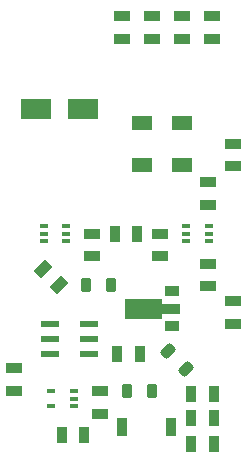
<source format=gbr>
%TF.GenerationSoftware,KiCad,Pcbnew,7.0.7-7.0.7~ubuntu23.04.1*%
%TF.CreationDate,2023-09-17T11:36:14+00:00*%
%TF.ProjectId,RFSWITCH01,52465357-4954-4434-9830-312e6b696361,rev?*%
%TF.SameCoordinates,Original*%
%TF.FileFunction,Paste,Bot*%
%TF.FilePolarity,Positive*%
%FSLAX46Y46*%
G04 Gerber Fmt 4.6, Leading zero omitted, Abs format (unit mm)*
G04 Created by KiCad (PCBNEW 7.0.7-7.0.7~ubuntu23.04.1) date 2023-09-17 11:36:14*
%MOMM*%
%LPD*%
G01*
G04 APERTURE LIST*
G04 Aperture macros list*
%AMRoundRect*
0 Rectangle with rounded corners*
0 $1 Rounding radius*
0 $2 $3 $4 $5 $6 $7 $8 $9 X,Y pos of 4 corners*
0 Add a 4 corners polygon primitive as box body*
4,1,4,$2,$3,$4,$5,$6,$7,$8,$9,$2,$3,0*
0 Add four circle primitives for the rounded corners*
1,1,$1+$1,$2,$3*
1,1,$1+$1,$4,$5*
1,1,$1+$1,$6,$7*
1,1,$1+$1,$8,$9*
0 Add four rect primitives between the rounded corners*
20,1,$1+$1,$2,$3,$4,$5,0*
20,1,$1+$1,$4,$5,$6,$7,0*
20,1,$1+$1,$6,$7,$8,$9,0*
20,1,$1+$1,$8,$9,$2,$3,0*%
%AMRotRect*
0 Rectangle, with rotation*
0 The origin of the aperture is its center*
0 $1 length*
0 $2 width*
0 $3 Rotation angle, in degrees counterclockwise*
0 Add horizontal line*
21,1,$1,$2,0,0,$3*%
%AMFreePoly0*
4,1,9,3.862500,-0.866500,0.737500,-0.866500,0.737500,-0.450000,-0.737500,-0.450000,-0.737500,0.450000,0.737500,0.450000,0.737500,0.866500,3.862500,0.866500,3.862500,-0.866500,3.862500,-0.866500,$1*%
G04 Aperture macros list end*
%ADD10R,1.397000X0.889000*%
%ADD11R,2.500000X1.800000*%
%ADD12R,0.650000X0.400000*%
%ADD13R,1.300000X0.900000*%
%ADD14FreePoly0,180.000000*%
%ADD15R,1.700000X1.300000*%
%ADD16R,0.950000X1.500000*%
%ADD17R,0.889000X1.397000*%
%ADD18RoundRect,0.218750X0.424264X0.114905X0.114905X0.424264X-0.424264X-0.114905X-0.114905X-0.424264X0*%
%ADD19RoundRect,0.218750X-0.218750X-0.381250X0.218750X-0.381250X0.218750X0.381250X-0.218750X0.381250X0*%
%ADD20RotRect,0.889000X1.397000X135.000000*%
%ADD21R,1.500000X0.600000*%
%ADD22RoundRect,0.218750X0.218750X0.381250X-0.218750X0.381250X-0.218750X-0.381250X0.218750X-0.381250X0*%
G04 APERTURE END LIST*
D10*
%TO.C,L5*%
X163184595Y-100165000D03*
X163184595Y-98260000D03*
%TD*%
%TO.C,R5*%
X153810000Y-76035000D03*
X153810000Y-74130000D03*
%TD*%
D11*
%TO.C,D1*%
X146463300Y-81980673D03*
X150463300Y-81980673D03*
%TD*%
D12*
%TO.C,U4*%
X147145000Y-93195000D03*
X147145000Y-92545000D03*
X147145000Y-91895000D03*
X149045000Y-91895000D03*
X149045000Y-92545000D03*
X149045000Y-93195000D03*
%TD*%
D10*
%TO.C,C10*%
X156985000Y-92545000D03*
X156985000Y-94450000D03*
%TD*%
%TO.C,R3*%
X161430000Y-74130000D03*
X161430000Y-76035000D03*
%TD*%
D13*
%TO.C,U3*%
X158000000Y-97395000D03*
D14*
X157912500Y-98895000D03*
D13*
X158000000Y-100395000D03*
%TD*%
D10*
%TO.C,C1*%
X144640600Y-105841900D03*
X144640600Y-103936900D03*
%TD*%
D15*
%TO.C,D3*%
X155461000Y-83203000D03*
X155461000Y-86703000D03*
%TD*%
D12*
%TO.C,U1*%
X149680000Y-105865000D03*
X149680000Y-106515000D03*
X149680000Y-107165000D03*
X147780000Y-107165000D03*
X147780000Y-105865000D03*
%TD*%
D16*
%TO.C,D4*%
X157917000Y-108928000D03*
X153767000Y-108928000D03*
%TD*%
D10*
%TO.C,C9*%
X151270000Y-92545000D03*
X151270000Y-94450000D03*
%TD*%
D17*
%TO.C,C4*%
X159652000Y-106134000D03*
X161557000Y-106134000D03*
%TD*%
D18*
%TO.C,L2*%
X159158701Y-104017809D03*
X157656099Y-102515207D03*
%TD*%
D10*
%TO.C,C2*%
X151905000Y-105880000D03*
X151905000Y-107785000D03*
%TD*%
%TO.C,C6*%
X161054992Y-90075829D03*
X161054992Y-88170829D03*
%TD*%
%TO.C,L4*%
X163171639Y-84925000D03*
X163171639Y-86830000D03*
%TD*%
D19*
%TO.C,L1*%
X154225000Y-105880000D03*
X156350000Y-105880000D03*
%TD*%
D10*
%TO.C,R4*%
X156350000Y-74130000D03*
X156350000Y-76035000D03*
%TD*%
D20*
%TO.C,C8*%
X148412919Y-96876119D03*
X147065881Y-95529081D03*
%TD*%
D21*
%TO.C,FL1*%
X151015000Y-100165000D03*
X151015000Y-101435000D03*
X151015000Y-102705000D03*
X147715000Y-102705000D03*
X147715000Y-101435000D03*
X147715000Y-100165000D03*
%TD*%
D12*
%TO.C,U2*%
X161110000Y-91895000D03*
X161110000Y-92545000D03*
X161110000Y-93195000D03*
X159210000Y-93195000D03*
X159210000Y-92545000D03*
X159210000Y-91895000D03*
%TD*%
D17*
%TO.C,C3*%
X159652000Y-108166000D03*
X161557000Y-108166000D03*
%TD*%
D10*
%TO.C,R2*%
X158890000Y-76035000D03*
X158890000Y-74130000D03*
%TD*%
D17*
%TO.C,R6*%
X159652000Y-110325000D03*
X161557000Y-110325000D03*
%TD*%
%TO.C,L6*%
X153175000Y-92545000D03*
X155080000Y-92545000D03*
%TD*%
D10*
%TO.C,C7*%
X161066905Y-95071617D03*
X161066905Y-96976617D03*
%TD*%
D17*
%TO.C,C5*%
X153365500Y-102768500D03*
X155270500Y-102768500D03*
%TD*%
D15*
%TO.C,D2*%
X158871299Y-83186885D03*
X158871299Y-86686885D03*
%TD*%
D22*
%TO.C,L3*%
X152870200Y-96863000D03*
X150745200Y-96863000D03*
%TD*%
D17*
%TO.C,R1*%
X148673799Y-109613800D03*
X150578799Y-109613800D03*
%TD*%
M02*

</source>
